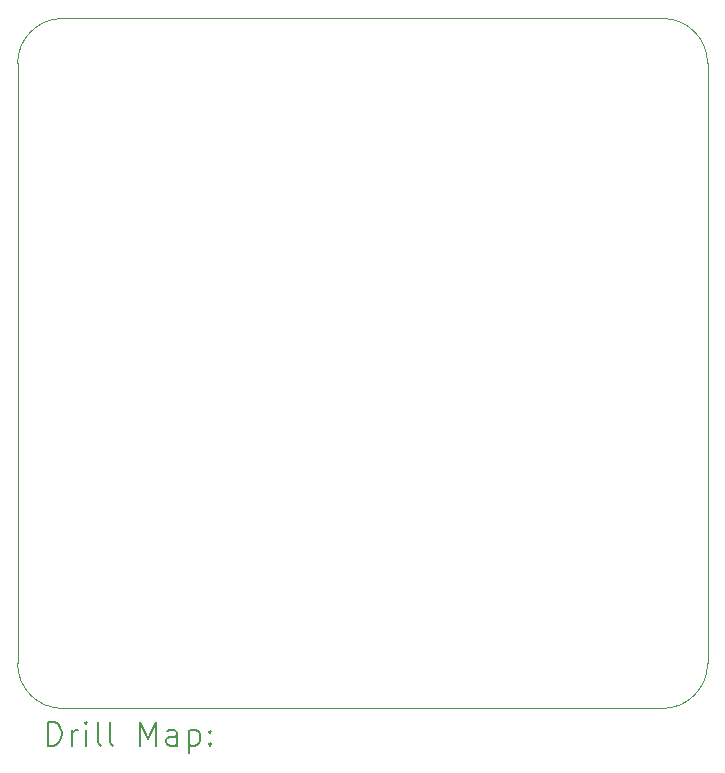
<source format=gbr>
%TF.GenerationSoftware,KiCad,Pcbnew,8.0.9*%
%TF.CreationDate,2025-05-16T12:59:34-04:00*%
%TF.ProjectId,rocket_power_board,726f636b-6574-45f7-906f-7765725f626f,rev?*%
%TF.SameCoordinates,Original*%
%TF.FileFunction,Drillmap*%
%TF.FilePolarity,Positive*%
%FSLAX45Y45*%
G04 Gerber Fmt 4.5, Leading zero omitted, Abs format (unit mm)*
G04 Created by KiCad (PCBNEW 8.0.9) date 2025-05-16 12:59:34*
%MOMM*%
%LPD*%
G01*
G04 APERTURE LIST*
%ADD10C,0.050000*%
%ADD11C,0.200000*%
G04 APERTURE END LIST*
D10*
X19634200Y-13843000D02*
G75*
G02*
X19253200Y-13462000I0J381000D01*
G01*
X24714200Y-13843000D02*
X19634200Y-13843000D01*
X25095200Y-13462000D02*
X25095200Y-8382000D01*
X25095200Y-13462000D02*
G75*
G02*
X24714200Y-13843000I-381000J0D01*
G01*
X24714200Y-8001000D02*
G75*
G02*
X25095200Y-8382000I0J-381000D01*
G01*
X19253200Y-13462000D02*
X19253200Y-8382000D01*
X19253200Y-8382000D02*
G75*
G02*
X19634200Y-8001000I381000J0D01*
G01*
X19634200Y-8001000D02*
X24714200Y-8001000D01*
D11*
X19511477Y-14156984D02*
X19511477Y-13956984D01*
X19511477Y-13956984D02*
X19559096Y-13956984D01*
X19559096Y-13956984D02*
X19587667Y-13966507D01*
X19587667Y-13966507D02*
X19606715Y-13985555D01*
X19606715Y-13985555D02*
X19616239Y-14004603D01*
X19616239Y-14004603D02*
X19625763Y-14042698D01*
X19625763Y-14042698D02*
X19625763Y-14071269D01*
X19625763Y-14071269D02*
X19616239Y-14109365D01*
X19616239Y-14109365D02*
X19606715Y-14128412D01*
X19606715Y-14128412D02*
X19587667Y-14147460D01*
X19587667Y-14147460D02*
X19559096Y-14156984D01*
X19559096Y-14156984D02*
X19511477Y-14156984D01*
X19711477Y-14156984D02*
X19711477Y-14023650D01*
X19711477Y-14061746D02*
X19721001Y-14042698D01*
X19721001Y-14042698D02*
X19730524Y-14033174D01*
X19730524Y-14033174D02*
X19749572Y-14023650D01*
X19749572Y-14023650D02*
X19768620Y-14023650D01*
X19835286Y-14156984D02*
X19835286Y-14023650D01*
X19835286Y-13956984D02*
X19825763Y-13966507D01*
X19825763Y-13966507D02*
X19835286Y-13976031D01*
X19835286Y-13976031D02*
X19844810Y-13966507D01*
X19844810Y-13966507D02*
X19835286Y-13956984D01*
X19835286Y-13956984D02*
X19835286Y-13976031D01*
X19959096Y-14156984D02*
X19940048Y-14147460D01*
X19940048Y-14147460D02*
X19930524Y-14128412D01*
X19930524Y-14128412D02*
X19930524Y-13956984D01*
X20063858Y-14156984D02*
X20044810Y-14147460D01*
X20044810Y-14147460D02*
X20035286Y-14128412D01*
X20035286Y-14128412D02*
X20035286Y-13956984D01*
X20292429Y-14156984D02*
X20292429Y-13956984D01*
X20292429Y-13956984D02*
X20359096Y-14099841D01*
X20359096Y-14099841D02*
X20425763Y-13956984D01*
X20425763Y-13956984D02*
X20425763Y-14156984D01*
X20606715Y-14156984D02*
X20606715Y-14052222D01*
X20606715Y-14052222D02*
X20597191Y-14033174D01*
X20597191Y-14033174D02*
X20578144Y-14023650D01*
X20578144Y-14023650D02*
X20540048Y-14023650D01*
X20540048Y-14023650D02*
X20521001Y-14033174D01*
X20606715Y-14147460D02*
X20587667Y-14156984D01*
X20587667Y-14156984D02*
X20540048Y-14156984D01*
X20540048Y-14156984D02*
X20521001Y-14147460D01*
X20521001Y-14147460D02*
X20511477Y-14128412D01*
X20511477Y-14128412D02*
X20511477Y-14109365D01*
X20511477Y-14109365D02*
X20521001Y-14090317D01*
X20521001Y-14090317D02*
X20540048Y-14080793D01*
X20540048Y-14080793D02*
X20587667Y-14080793D01*
X20587667Y-14080793D02*
X20606715Y-14071269D01*
X20701953Y-14023650D02*
X20701953Y-14223650D01*
X20701953Y-14033174D02*
X20721001Y-14023650D01*
X20721001Y-14023650D02*
X20759096Y-14023650D01*
X20759096Y-14023650D02*
X20778144Y-14033174D01*
X20778144Y-14033174D02*
X20787667Y-14042698D01*
X20787667Y-14042698D02*
X20797191Y-14061746D01*
X20797191Y-14061746D02*
X20797191Y-14118888D01*
X20797191Y-14118888D02*
X20787667Y-14137936D01*
X20787667Y-14137936D02*
X20778144Y-14147460D01*
X20778144Y-14147460D02*
X20759096Y-14156984D01*
X20759096Y-14156984D02*
X20721001Y-14156984D01*
X20721001Y-14156984D02*
X20701953Y-14147460D01*
X20882905Y-14137936D02*
X20892429Y-14147460D01*
X20892429Y-14147460D02*
X20882905Y-14156984D01*
X20882905Y-14156984D02*
X20873382Y-14147460D01*
X20873382Y-14147460D02*
X20882905Y-14137936D01*
X20882905Y-14137936D02*
X20882905Y-14156984D01*
X20882905Y-14033174D02*
X20892429Y-14042698D01*
X20892429Y-14042698D02*
X20882905Y-14052222D01*
X20882905Y-14052222D02*
X20873382Y-14042698D01*
X20873382Y-14042698D02*
X20882905Y-14033174D01*
X20882905Y-14033174D02*
X20882905Y-14052222D01*
M02*

</source>
